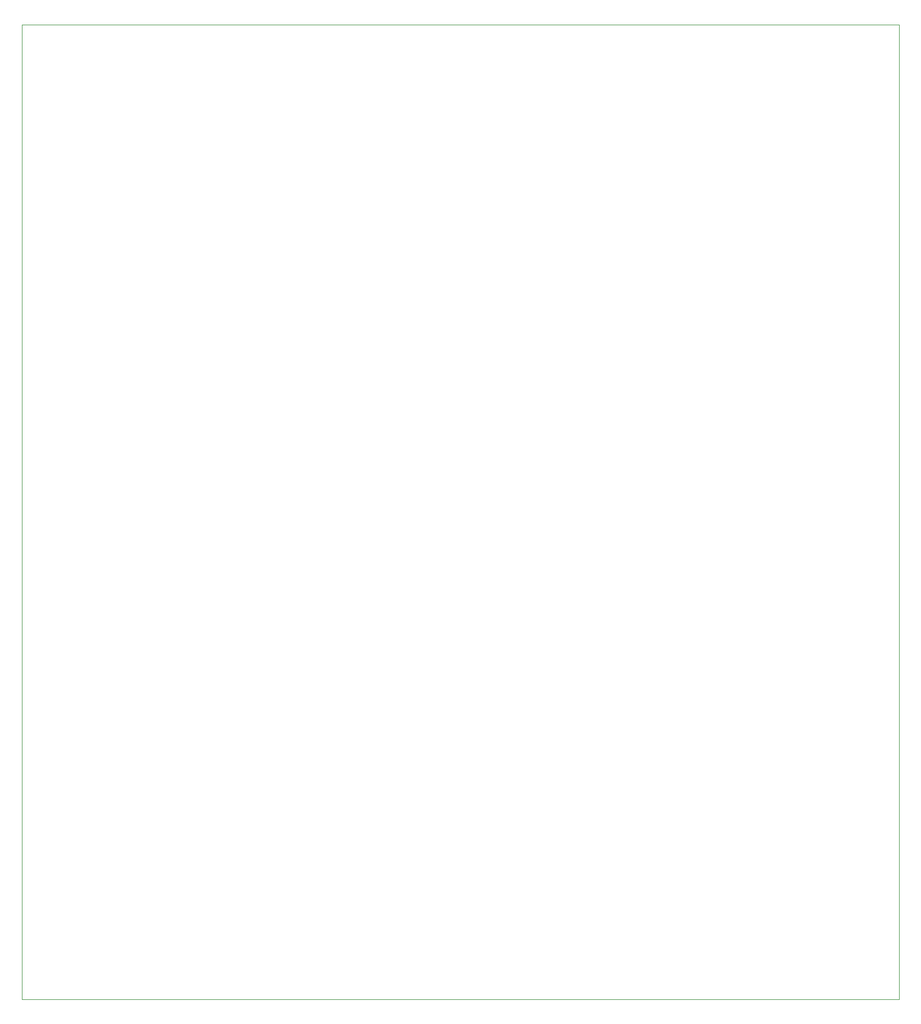
<source format=gbr>
%TF.GenerationSoftware,KiCad,Pcbnew,8.0.8*%
%TF.CreationDate,2025-03-02T13:54:02-05:00*%
%TF.ProjectId,NEW1,4e455731-2e6b-4696-9361-645f70636258,rev?*%
%TF.SameCoordinates,Original*%
%TF.FileFunction,Profile,NP*%
%FSLAX46Y46*%
G04 Gerber Fmt 4.6, Leading zero omitted, Abs format (unit mm)*
G04 Created by KiCad (PCBNEW 8.0.8) date 2025-03-02 13:54:02*
%MOMM*%
%LPD*%
G01*
G04 APERTURE LIST*
%TA.AperFunction,Profile*%
%ADD10C,0.050000*%
%TD*%
G04 APERTURE END LIST*
D10*
X26000000Y-23000000D02*
X161500000Y-23000000D01*
X161500000Y-173500000D01*
X26000000Y-173500000D01*
X26000000Y-23000000D01*
M02*

</source>
